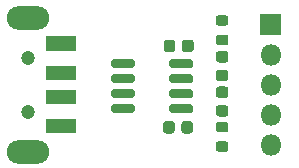
<source format=gts>
%TF.GenerationSoftware,KiCad,Pcbnew,(5.1.10)-1*%
%TF.CreationDate,2021-07-14T15:21:13+08:00*%
%TF.ProjectId,usb-ttl,7573622d-7474-46c2-9e6b-696361645f70,rev?*%
%TF.SameCoordinates,Original*%
%TF.FileFunction,Soldermask,Top*%
%TF.FilePolarity,Negative*%
%FSLAX46Y46*%
G04 Gerber Fmt 4.6, Leading zero omitted, Abs format (unit mm)*
G04 Created by KiCad (PCBNEW (5.1.10)-1) date 2021-07-14 15:21:13*
%MOMM*%
%LPD*%
G01*
G04 APERTURE LIST*
%ADD10O,1.800000X1.800000*%
%ADD11C,1.200000*%
%ADD12O,3.600000X2.000000*%
G04 APERTURE END LIST*
%TO.C,U1*%
G36*
G01*
X115625000Y-119375000D02*
X115625000Y-119025000D01*
G75*
G02*
X115800000Y-118850000I175000J0D01*
G01*
X117500000Y-118850000D01*
G75*
G02*
X117675000Y-119025000I0J-175000D01*
G01*
X117675000Y-119375000D01*
G75*
G02*
X117500000Y-119550000I-175000J0D01*
G01*
X115800000Y-119550000D01*
G75*
G02*
X115625000Y-119375000I0J175000D01*
G01*
G37*
G36*
G01*
X115625000Y-120645000D02*
X115625000Y-120295000D01*
G75*
G02*
X115800000Y-120120000I175000J0D01*
G01*
X117500000Y-120120000D01*
G75*
G02*
X117675000Y-120295000I0J-175000D01*
G01*
X117675000Y-120645000D01*
G75*
G02*
X117500000Y-120820000I-175000J0D01*
G01*
X115800000Y-120820000D01*
G75*
G02*
X115625000Y-120645000I0J175000D01*
G01*
G37*
G36*
G01*
X115625000Y-121915000D02*
X115625000Y-121565000D01*
G75*
G02*
X115800000Y-121390000I175000J0D01*
G01*
X117500000Y-121390000D01*
G75*
G02*
X117675000Y-121565000I0J-175000D01*
G01*
X117675000Y-121915000D01*
G75*
G02*
X117500000Y-122090000I-175000J0D01*
G01*
X115800000Y-122090000D01*
G75*
G02*
X115625000Y-121915000I0J175000D01*
G01*
G37*
G36*
G01*
X115625000Y-123185000D02*
X115625000Y-122835000D01*
G75*
G02*
X115800000Y-122660000I175000J0D01*
G01*
X117500000Y-122660000D01*
G75*
G02*
X117675000Y-122835000I0J-175000D01*
G01*
X117675000Y-123185000D01*
G75*
G02*
X117500000Y-123360000I-175000J0D01*
G01*
X115800000Y-123360000D01*
G75*
G02*
X115625000Y-123185000I0J175000D01*
G01*
G37*
G36*
G01*
X110675000Y-123185000D02*
X110675000Y-122835000D01*
G75*
G02*
X110850000Y-122660000I175000J0D01*
G01*
X112550000Y-122660000D01*
G75*
G02*
X112725000Y-122835000I0J-175000D01*
G01*
X112725000Y-123185000D01*
G75*
G02*
X112550000Y-123360000I-175000J0D01*
G01*
X110850000Y-123360000D01*
G75*
G02*
X110675000Y-123185000I0J175000D01*
G01*
G37*
G36*
G01*
X110675000Y-121915000D02*
X110675000Y-121565000D01*
G75*
G02*
X110850000Y-121390000I175000J0D01*
G01*
X112550000Y-121390000D01*
G75*
G02*
X112725000Y-121565000I0J-175000D01*
G01*
X112725000Y-121915000D01*
G75*
G02*
X112550000Y-122090000I-175000J0D01*
G01*
X110850000Y-122090000D01*
G75*
G02*
X110675000Y-121915000I0J175000D01*
G01*
G37*
G36*
G01*
X110675000Y-120645000D02*
X110675000Y-120295000D01*
G75*
G02*
X110850000Y-120120000I175000J0D01*
G01*
X112550000Y-120120000D01*
G75*
G02*
X112725000Y-120295000I0J-175000D01*
G01*
X112725000Y-120645000D01*
G75*
G02*
X112550000Y-120820000I-175000J0D01*
G01*
X110850000Y-120820000D01*
G75*
G02*
X110675000Y-120645000I0J175000D01*
G01*
G37*
G36*
G01*
X110675000Y-119375000D02*
X110675000Y-119025000D01*
G75*
G02*
X110850000Y-118850000I175000J0D01*
G01*
X112550000Y-118850000D01*
G75*
G02*
X112725000Y-119025000I0J-175000D01*
G01*
X112725000Y-119375000D01*
G75*
G02*
X112550000Y-119550000I-175000J0D01*
G01*
X110850000Y-119550000D01*
G75*
G02*
X110675000Y-119375000I0J175000D01*
G01*
G37*
%TD*%
D10*
%TO.C,J2*%
X124200000Y-126080000D03*
X124200000Y-123540000D03*
X124200000Y-121000000D03*
X124200000Y-118460000D03*
G36*
G01*
X123300000Y-116770000D02*
X123300000Y-115070000D01*
G75*
G02*
X123350000Y-115020000I50000J0D01*
G01*
X125050000Y-115020000D01*
G75*
G02*
X125100000Y-115070000I0J-50000D01*
G01*
X125100000Y-116770000D01*
G75*
G02*
X125050000Y-116820000I-50000J0D01*
G01*
X123350000Y-116820000D01*
G75*
G02*
X123300000Y-116770000I0J50000D01*
G01*
G37*
%TD*%
%TO.C,R2*%
G36*
G01*
X119800000Y-116750000D02*
X120400000Y-116750000D01*
G75*
G02*
X120625000Y-116975000I0J-225000D01*
G01*
X120625000Y-117425000D01*
G75*
G02*
X120400000Y-117650000I-225000J0D01*
G01*
X119800000Y-117650000D01*
G75*
G02*
X119575000Y-117425000I0J225000D01*
G01*
X119575000Y-116975000D01*
G75*
G02*
X119800000Y-116750000I225000J0D01*
G01*
G37*
G36*
G01*
X119800000Y-115100000D02*
X120400000Y-115100000D01*
G75*
G02*
X120625000Y-115325000I0J-225000D01*
G01*
X120625000Y-115775000D01*
G75*
G02*
X120400000Y-116000000I-225000J0D01*
G01*
X119800000Y-116000000D01*
G75*
G02*
X119575000Y-115775000I0J225000D01*
G01*
X119575000Y-115325000D01*
G75*
G02*
X119800000Y-115100000I225000J0D01*
G01*
G37*
%TD*%
%TO.C,R1*%
G36*
G01*
X120400000Y-125025000D02*
X119800000Y-125025000D01*
G75*
G02*
X119575000Y-124800000I0J225000D01*
G01*
X119575000Y-124350000D01*
G75*
G02*
X119800000Y-124125000I225000J0D01*
G01*
X120400000Y-124125000D01*
G75*
G02*
X120625000Y-124350000I0J-225000D01*
G01*
X120625000Y-124800000D01*
G75*
G02*
X120400000Y-125025000I-225000J0D01*
G01*
G37*
G36*
G01*
X120400000Y-126675000D02*
X119800000Y-126675000D01*
G75*
G02*
X119575000Y-126450000I0J225000D01*
G01*
X119575000Y-126000000D01*
G75*
G02*
X119800000Y-125775000I225000J0D01*
G01*
X120400000Y-125775000D01*
G75*
G02*
X120625000Y-126000000I0J-225000D01*
G01*
X120625000Y-126450000D01*
G75*
G02*
X120400000Y-126675000I-225000J0D01*
G01*
G37*
%TD*%
D11*
%TO.C,J1*%
X103700000Y-118700000D03*
X103700000Y-123300000D03*
D12*
X103700000Y-115300000D03*
X103700000Y-126700000D03*
G36*
G01*
X107750000Y-116950000D02*
X107750000Y-118050000D01*
G75*
G02*
X107700000Y-118100000I-50000J0D01*
G01*
X105200000Y-118100000D01*
G75*
G02*
X105150000Y-118050000I0J50000D01*
G01*
X105150000Y-116950000D01*
G75*
G02*
X105200000Y-116900000I50000J0D01*
G01*
X107700000Y-116900000D01*
G75*
G02*
X107750000Y-116950000I0J-50000D01*
G01*
G37*
G36*
G01*
X107750000Y-123950000D02*
X107750000Y-125050000D01*
G75*
G02*
X107700000Y-125100000I-50000J0D01*
G01*
X105200000Y-125100000D01*
G75*
G02*
X105150000Y-125050000I0J50000D01*
G01*
X105150000Y-123950000D01*
G75*
G02*
X105200000Y-123900000I50000J0D01*
G01*
X107700000Y-123900000D01*
G75*
G02*
X107750000Y-123950000I0J-50000D01*
G01*
G37*
G36*
G01*
X107750000Y-119450000D02*
X107750000Y-120550000D01*
G75*
G02*
X107700000Y-120600000I-50000J0D01*
G01*
X105200000Y-120600000D01*
G75*
G02*
X105150000Y-120550000I0J50000D01*
G01*
X105150000Y-119450000D01*
G75*
G02*
X105200000Y-119400000I50000J0D01*
G01*
X107700000Y-119400000D01*
G75*
G02*
X107750000Y-119450000I0J-50000D01*
G01*
G37*
G36*
G01*
X107750000Y-121450000D02*
X107750000Y-122550000D01*
G75*
G02*
X107700000Y-122600000I-50000J0D01*
G01*
X105200000Y-122600000D01*
G75*
G02*
X105150000Y-122550000I0J50000D01*
G01*
X105150000Y-121450000D01*
G75*
G02*
X105200000Y-121400000I50000J0D01*
G01*
X107700000Y-121400000D01*
G75*
G02*
X107750000Y-121450000I0J-50000D01*
G01*
G37*
%TD*%
%TO.C,D2*%
G36*
G01*
X120381250Y-119112500D02*
X119818750Y-119112500D01*
G75*
G02*
X119575000Y-118868750I0J243750D01*
G01*
X119575000Y-118381250D01*
G75*
G02*
X119818750Y-118137500I243750J0D01*
G01*
X120381250Y-118137500D01*
G75*
G02*
X120625000Y-118381250I0J-243750D01*
G01*
X120625000Y-118868750D01*
G75*
G02*
X120381250Y-119112500I-243750J0D01*
G01*
G37*
G36*
G01*
X120381250Y-120687500D02*
X119818750Y-120687500D01*
G75*
G02*
X119575000Y-120443750I0J243750D01*
G01*
X119575000Y-119956250D01*
G75*
G02*
X119818750Y-119712500I243750J0D01*
G01*
X120381250Y-119712500D01*
G75*
G02*
X120625000Y-119956250I0J-243750D01*
G01*
X120625000Y-120443750D01*
G75*
G02*
X120381250Y-120687500I-243750J0D01*
G01*
G37*
%TD*%
%TO.C,D1*%
G36*
G01*
X119818750Y-122712500D02*
X120381250Y-122712500D01*
G75*
G02*
X120625000Y-122956250I0J-243750D01*
G01*
X120625000Y-123443750D01*
G75*
G02*
X120381250Y-123687500I-243750J0D01*
G01*
X119818750Y-123687500D01*
G75*
G02*
X119575000Y-123443750I0J243750D01*
G01*
X119575000Y-122956250D01*
G75*
G02*
X119818750Y-122712500I243750J0D01*
G01*
G37*
G36*
G01*
X119818750Y-121137500D02*
X120381250Y-121137500D01*
G75*
G02*
X120625000Y-121381250I0J-243750D01*
G01*
X120625000Y-121868750D01*
G75*
G02*
X120381250Y-122112500I-243750J0D01*
G01*
X119818750Y-122112500D01*
G75*
G02*
X119575000Y-121868750I0J243750D01*
G01*
X119575000Y-121381250D01*
G75*
G02*
X119818750Y-121137500I243750J0D01*
G01*
G37*
%TD*%
%TO.C,C2*%
G36*
G01*
X116150000Y-117425000D02*
X116150000Y-117975000D01*
G75*
G02*
X115900000Y-118225000I-250000J0D01*
G01*
X115400000Y-118225000D01*
G75*
G02*
X115150000Y-117975000I0J250000D01*
G01*
X115150000Y-117425000D01*
G75*
G02*
X115400000Y-117175000I250000J0D01*
G01*
X115900000Y-117175000D01*
G75*
G02*
X116150000Y-117425000I0J-250000D01*
G01*
G37*
G36*
G01*
X117700000Y-117425000D02*
X117700000Y-117975000D01*
G75*
G02*
X117450000Y-118225000I-250000J0D01*
G01*
X116950000Y-118225000D01*
G75*
G02*
X116700000Y-117975000I0J250000D01*
G01*
X116700000Y-117425000D01*
G75*
G02*
X116950000Y-117175000I250000J0D01*
G01*
X117450000Y-117175000D01*
G75*
G02*
X117700000Y-117425000I0J-250000D01*
G01*
G37*
%TD*%
%TO.C,C1*%
G36*
G01*
X116100000Y-124325000D02*
X116100000Y-124875000D01*
G75*
G02*
X115850000Y-125125000I-250000J0D01*
G01*
X115350000Y-125125000D01*
G75*
G02*
X115100000Y-124875000I0J250000D01*
G01*
X115100000Y-124325000D01*
G75*
G02*
X115350000Y-124075000I250000J0D01*
G01*
X115850000Y-124075000D01*
G75*
G02*
X116100000Y-124325000I0J-250000D01*
G01*
G37*
G36*
G01*
X117650000Y-124325000D02*
X117650000Y-124875000D01*
G75*
G02*
X117400000Y-125125000I-250000J0D01*
G01*
X116900000Y-125125000D01*
G75*
G02*
X116650000Y-124875000I0J250000D01*
G01*
X116650000Y-124325000D01*
G75*
G02*
X116900000Y-124075000I250000J0D01*
G01*
X117400000Y-124075000D01*
G75*
G02*
X117650000Y-124325000I0J-250000D01*
G01*
G37*
%TD*%
M02*

</source>
